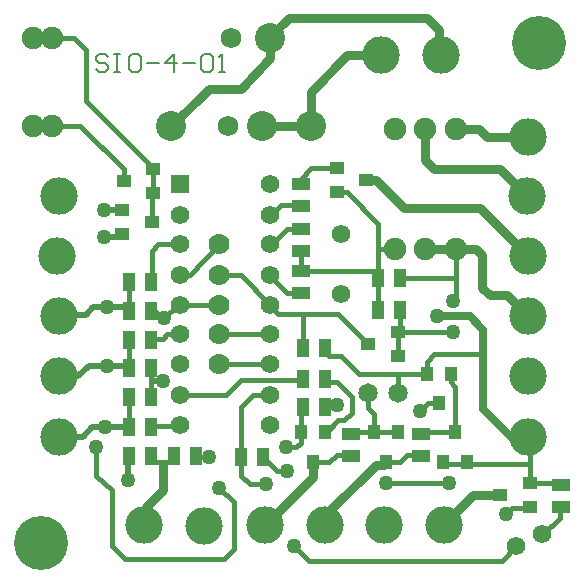
<source format=gtl>
%FSLAX23Y23*%
%MOIN*%
G70*
G01*
G75*
%ADD10R,0.063X0.040*%
%ADD11R,0.050X0.040*%
%ADD12R,0.040X0.063*%
%ADD13R,0.040X0.050*%
%ADD14C,0.015*%
%ADD15C,0.025*%
%ADD16C,0.030*%
%ADD17C,0.010*%
%ADD18C,0.020*%
%ADD19C,0.008*%
%ADD20C,0.050*%
%ADD21C,0.062*%
%ADD22C,0.065*%
%ADD23C,0.180*%
%ADD24C,0.125*%
%ADD25C,0.075*%
%ADD26C,0.100*%
%ADD27C,0.069*%
%ADD28C,0.070*%
%ADD29R,0.062X0.062*%
D10*
X10899Y7354D02*
D03*
Y7281D02*
D03*
X10035Y8069D02*
D03*
Y7997D02*
D03*
Y8210D02*
D03*
Y8137D02*
D03*
X10434Y7524D02*
D03*
Y7451D02*
D03*
X10200Y7524D02*
D03*
Y7451D02*
D03*
X10035Y8286D02*
D03*
Y8359D02*
D03*
D11*
X10698Y7323D02*
D03*
X10797Y7282D02*
D03*
Y7363D02*
D03*
X10257Y7827D02*
D03*
X10358Y7787D02*
D03*
Y7867D02*
D03*
X9538Y8233D02*
D03*
X9438Y8273D02*
D03*
Y8193D02*
D03*
X9443Y8368D02*
D03*
X9542Y8328D02*
D03*
Y8408D02*
D03*
X10153Y8333D02*
D03*
Y8413D02*
D03*
X10252Y8373D02*
D03*
D12*
X9835Y7450D02*
D03*
X9908D02*
D03*
X10115Y7811D02*
D03*
X10042D02*
D03*
X10115Y7615D02*
D03*
X10042D02*
D03*
X10115Y7710D02*
D03*
X10042D02*
D03*
X9535Y7840D02*
D03*
X9462D02*
D03*
Y7451D02*
D03*
X9535D02*
D03*
X9462Y7550D02*
D03*
X9535D02*
D03*
X9462Y7650D02*
D03*
X9535D02*
D03*
X9462Y7746D02*
D03*
X9535D02*
D03*
X9611Y7451D02*
D03*
X9684D02*
D03*
X9462Y7936D02*
D03*
X9535D02*
D03*
X9462Y8031D02*
D03*
X9535D02*
D03*
X10292Y8045D02*
D03*
X10365D02*
D03*
X10292Y7940D02*
D03*
X10365D02*
D03*
D13*
X10493Y7628D02*
D03*
X10533Y7727D02*
D03*
X10453D02*
D03*
X10547Y7532D02*
D03*
X10507Y7432D02*
D03*
X10587D02*
D03*
X10318D02*
D03*
X10358Y7532D02*
D03*
X10278D02*
D03*
X10073Y7432D02*
D03*
X10113Y7532D02*
D03*
X10033D02*
D03*
D14*
X10703Y7102D02*
X10752Y7153D01*
X10842Y7193D02*
X10898Y7247D01*
X10717Y7258D02*
X10738Y7278D01*
X10898Y7247D02*
Y7282D01*
X10797Y7363D02*
Y7503D01*
X9203Y8847D02*
X9278D01*
X9142D02*
X9203D01*
X10363Y7432D02*
X10387Y7457D01*
X10533Y7698D02*
X10547Y7682D01*
X10432Y7602D02*
X10458Y7628D01*
X10453Y7767D02*
X10477Y7793D01*
X10533Y7698D02*
Y7722D01*
X10547Y7548D02*
Y7682D01*
X10453Y7727D02*
Y7767D01*
X10292Y8137D02*
Y8227D01*
X10552Y7972D02*
Y8047D01*
Y8142D01*
X10358Y7798D02*
Y7863D01*
X10363Y7858D02*
Y7932D01*
X10292Y7957D02*
Y8137D01*
X10358Y7662D02*
Y7727D01*
X10068Y8413D02*
X10142D01*
X10148Y8333D02*
X10188D01*
X9203Y8552D02*
X9297D01*
X10012Y7153D02*
X10062Y7102D01*
X10123Y7537D02*
X10158Y7573D01*
X10177D02*
X10203Y7597D01*
X10153Y7698D02*
X10203Y7648D01*
X10257Y7613D02*
X10278Y7593D01*
X10017Y7483D02*
X10033Y7497D01*
Y8377D02*
X10068Y8413D01*
X10127Y7432D02*
X10153Y7457D01*
X10158Y7927D02*
X10257Y7827D01*
X10167Y7787D02*
X10227Y7727D01*
X10203Y7597D02*
Y7613D01*
Y7633D02*
Y7648D01*
Y7608D02*
Y7633D01*
X10278Y7537D02*
Y7593D01*
X10257Y7613D02*
Y7662D01*
X10033Y7497D02*
Y7517D01*
Y8363D02*
Y8377D01*
Y8073D02*
Y8132D01*
Y7537D02*
Y7597D01*
X10042Y7827D02*
Y7927D01*
X9988Y7997D02*
X10023D01*
X9988Y8208D02*
X10017D01*
X9967Y8288D02*
X9983D01*
X10038D01*
X9632Y8057D02*
X9663D01*
X9818D02*
X9833D01*
X9773D02*
X9818D01*
X9557Y8158D02*
X9627D01*
X10052Y8068D02*
X10283D01*
X10292Y8142D02*
X10347D01*
X10368Y8047D02*
X10552D01*
X9833Y7387D02*
X9863Y7358D01*
X9917Y7438D02*
X9953Y7403D01*
X9778Y7108D02*
X9812Y7142D01*
X9762Y7347D02*
X9812Y7298D01*
X9833Y7617D02*
X9873Y7657D01*
X9932Y8052D02*
X9988Y7997D01*
X9932Y8153D02*
X9988Y8208D01*
X9938Y8257D02*
X9967Y8288D01*
X9663Y8057D02*
X9762Y8158D01*
X9833Y8057D02*
X9932Y7957D01*
Y7952D02*
X9958Y7927D01*
X9783Y7657D02*
X9833Y7707D01*
Y7387D02*
Y7427D01*
X9812Y7142D02*
Y7298D01*
X9833Y7457D02*
Y7617D01*
X10118Y7698D02*
X10153D01*
X9873Y7657D02*
X9927D01*
X9762Y7858D02*
X9932D01*
X9762Y7758D02*
X9932D01*
X9632Y7957D02*
X9762D01*
X10477Y7793D02*
X10637D01*
X9533Y7702D02*
X9568D01*
X10142Y7927D02*
X10158D01*
X10102D02*
X10142D01*
X9958D02*
X10102D01*
X10368Y7867D02*
X10547D01*
X9587Y7858D02*
X9632D01*
X9533Y7843D02*
X9573D01*
X9833Y7707D02*
X10033D01*
X9632Y7657D02*
X9783D01*
X10127Y7787D02*
X10167D01*
X10227Y7727D02*
X10448D01*
X9578Y7912D02*
X9623Y7957D01*
X9352Y7387D02*
X9403Y7338D01*
Y7153D02*
X9448Y7108D01*
X9538Y8137D02*
X9557Y8158D01*
X9573Y7843D02*
X9587Y7858D01*
X9538Y8238D02*
Y8328D01*
X9542D02*
Y8403D01*
X9352Y7387D02*
Y7483D01*
X9403Y7153D02*
Y7338D01*
X9538Y8033D02*
Y8137D01*
X9533Y7668D02*
Y7742D01*
X9462Y7552D02*
Y7642D01*
Y7758D02*
Y7832D01*
Y7952D02*
Y8023D01*
X9443Y8373D02*
Y8408D01*
X9863Y7358D02*
X9917D01*
X9953Y7403D02*
X9988D01*
X9688Y7448D02*
X9727D01*
X9538Y7432D02*
X9608D01*
X10158Y7573D02*
X10177D01*
X10512Y7427D02*
X10797D01*
X9983Y7483D02*
X10017D01*
X10318Y7363D02*
X10528D01*
X10438Y7532D02*
X10542D01*
X10323Y7432D02*
X10363D01*
X10387Y7457D02*
X10413D01*
X10073Y7432D02*
X10127D01*
X10153Y7457D02*
X10198D01*
X10203Y7532D02*
X10358D01*
X10458Y7628D02*
X10493D01*
X9533Y7552D02*
X9632D01*
X10802Y7363D02*
X10882D01*
X9278Y8847D02*
X9318Y8807D01*
Y8637D02*
Y8762D01*
Y8807D01*
X10062Y7102D02*
X10703D01*
X9448Y7108D02*
X9778D01*
X10738Y7278D02*
X10792D01*
X10188Y8333D02*
X10292Y8227D01*
X9297Y8552D02*
X9443Y8408D01*
X9318Y8637D02*
X9542Y8413D01*
D15*
X10642Y7608D02*
Y7872D01*
X10488Y7918D02*
X10597D01*
X10733Y7517D02*
X10788D01*
X10642Y7608D02*
X10733Y7517D01*
X10597Y7918D02*
X10642Y7872D01*
D16*
X10637Y8012D02*
Y8123D01*
X9993Y8913D02*
X10427D01*
X10453D01*
X10188Y8788D02*
X10297D01*
X9727Y8677D02*
X9833D01*
X10448Y8438D02*
Y8538D01*
X10493Y8788D02*
Y8873D01*
X10653Y8517D02*
X10792D01*
X10552Y8542D02*
X10627D01*
X10252Y8373D02*
X10283D01*
X10477Y8408D02*
X10698D01*
X9903Y8552D02*
X10068D01*
X10118Y7222D02*
Y7258D01*
X10073Y7383D02*
Y7432D01*
X10068Y8552D02*
Y8667D01*
X10448Y8142D02*
X10552D01*
X10377Y8278D02*
X10632D01*
X10552Y8142D02*
X10618D01*
X10663Y7988D02*
X10722D01*
X9927Y7548D02*
Y7562D01*
X9932Y8778D02*
Y8842D01*
X9517Y7238D02*
Y7282D01*
X9573Y7338D02*
Y7423D01*
X10283D02*
X10312D01*
X10608Y7323D02*
X10688D01*
X10627Y8542D02*
X10653Y8517D01*
X10118Y7258D02*
X10283Y7423D01*
X10512Y7227D02*
X10608Y7323D01*
X9913Y7222D02*
X10073Y7383D01*
X10283Y8373D02*
X10377Y8278D01*
X10632D02*
X10788Y8123D01*
X10448Y8438D02*
X10477Y8408D01*
X10698D02*
X10788Y8318D01*
X10618Y8142D02*
X10637Y8123D01*
Y8012D02*
X10663Y7988D01*
X10722D02*
X10792Y7918D01*
X9517Y7282D02*
X9573Y7338D01*
X9932Y8852D02*
X9993Y8913D01*
X10453D02*
X10493Y8873D01*
X10068Y8667D02*
X10188Y8788D01*
X9602Y8552D02*
X9727Y8677D01*
X9833D02*
X9932Y8778D01*
D17*
X10797Y7488D02*
Y7512D01*
X10533Y7702D02*
Y7718D01*
X10523Y7227D02*
Y7262D01*
X10148Y8193D02*
Y8208D01*
X10778Y8118D02*
X10797D01*
X10552Y8137D02*
X10578D01*
X9913Y7238D02*
Y7273D01*
X10257Y7657D02*
X10278D01*
X10422Y7727D02*
X10453D01*
X10802Y7722D02*
X10823D01*
X9688Y7448D02*
X9727D01*
D18*
X9377Y8273D02*
X9432D01*
X9377Y8182D02*
X9432D01*
X9722Y7218D02*
Y7227D01*
X9227Y7718D02*
X9292D01*
X9328Y7753D02*
X9387D01*
X9458D01*
X9227Y7923D02*
X9318D01*
X9342Y7948D02*
X9368D01*
X9382D01*
X9458D01*
X9538Y7702D02*
X9573D01*
X9533Y7938D02*
X9578Y7912D01*
X9632Y7938D02*
Y7963D01*
X9458Y7372D02*
Y7432D01*
X9432Y8182D02*
Y8193D01*
X9227Y7517D02*
X9307D01*
X9337Y7548D02*
X9382D01*
X9458D01*
X9292Y7718D02*
X9328Y7753D01*
X9307Y7517D02*
X9337Y7548D01*
X9318Y7923D02*
X9342Y7948D01*
D19*
X9392Y8782D02*
X9382Y8792D01*
X9362D01*
X9352Y8782D01*
Y8772D01*
X9362Y8762D01*
X9382D01*
X9392Y8752D01*
Y8742D01*
X9382Y8733D01*
X9362D01*
X9352Y8742D01*
X9412Y8792D02*
X9432D01*
X9422D01*
Y8733D01*
X9412D01*
X9432D01*
X9492Y8792D02*
X9472D01*
X9462Y8782D01*
Y8742D01*
X9472Y8733D01*
X9492D01*
X9502Y8742D01*
Y8782D01*
X9492Y8792D01*
X9522Y8762D02*
X9562D01*
X9612Y8733D02*
Y8792D01*
X9582Y8762D01*
X9622D01*
X9642D02*
X9682D01*
X9702Y8782D02*
X9712Y8792D01*
X9732D01*
X9742Y8782D01*
Y8742D01*
X9732Y8733D01*
X9712D01*
X9702Y8742D01*
Y8782D01*
X9762Y8733D02*
X9782D01*
X9772D01*
Y8792D01*
X9762Y8782D01*
D20*
X10488Y7918D02*
D03*
X10542Y7867D02*
D03*
Y7968D02*
D03*
X10717Y7258D02*
D03*
X10318Y7363D02*
D03*
X10528D02*
D03*
X10432Y7602D02*
D03*
X10012Y7153D02*
D03*
X9983Y7483D02*
D03*
X10153Y7622D02*
D03*
X9988Y7403D02*
D03*
X9917Y7358D02*
D03*
X9727Y7448D02*
D03*
X9762Y7347D02*
D03*
D03*
X9382Y7548D02*
D03*
X9387Y7753D02*
D03*
X9578Y7912D02*
D03*
X9573Y7702D02*
D03*
X9458Y7372D02*
D03*
X9377Y8273D02*
D03*
Y8182D02*
D03*
X9387Y7948D02*
D03*
X9352Y7483D02*
D03*
D21*
X10837Y7193D02*
D03*
X10752Y7153D02*
D03*
X9632Y8257D02*
D03*
Y8158D02*
D03*
Y8057D02*
D03*
Y7957D02*
D03*
Y7858D02*
D03*
Y7758D02*
D03*
Y7657D02*
D03*
Y7557D02*
D03*
X9932D02*
D03*
Y7657D02*
D03*
Y7758D02*
D03*
Y7858D02*
D03*
Y7957D02*
D03*
Y8057D02*
D03*
Y8158D02*
D03*
Y8257D02*
D03*
Y8358D02*
D03*
X10167Y7992D02*
D03*
Y8193D02*
D03*
D22*
X10358Y7662D02*
D03*
X10257D02*
D03*
D23*
X10828Y8828D02*
D03*
X9167Y7162D02*
D03*
D24*
X9227Y7517D02*
D03*
Y7718D02*
D03*
Y7918D02*
D03*
Y8318D02*
D03*
X9222Y8118D02*
D03*
X10502Y8788D02*
D03*
X10302D02*
D03*
X10792Y7517D02*
D03*
Y7718D02*
D03*
Y7918D02*
D03*
Y8118D02*
D03*
Y8517D02*
D03*
X10788Y8318D02*
D03*
X10512Y7222D02*
D03*
X10312D02*
D03*
X10113D02*
D03*
X9913D02*
D03*
X9512D02*
D03*
X9712Y7218D02*
D03*
D25*
X9142Y8552D02*
D03*
Y8847D02*
D03*
X9203D02*
D03*
Y8552D02*
D03*
X10552Y8142D02*
D03*
Y8542D02*
D03*
X10448Y8142D02*
D03*
Y8542D02*
D03*
X10347Y8142D02*
D03*
Y8542D02*
D03*
D26*
X9931Y8847D02*
D03*
X10068Y8552D02*
D03*
X9903D02*
D03*
X9602D02*
D03*
D27*
X9792D02*
D03*
X9802Y8847D02*
D03*
D28*
X9762Y8158D02*
D03*
Y8057D02*
D03*
Y7957D02*
D03*
Y7858D02*
D03*
Y7758D02*
D03*
D29*
X9632Y8358D02*
D03*
M02*

</source>
